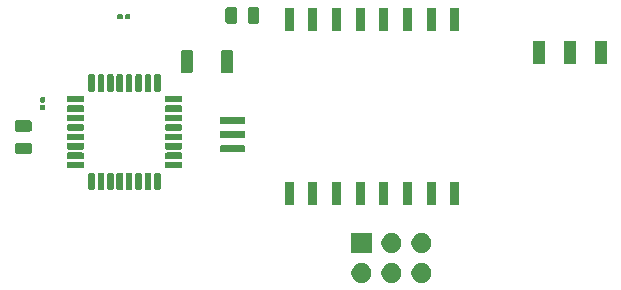
<source format=gbr>
%TF.GenerationSoftware,KiCad,Pcbnew,9.0.3*%
%TF.CreationDate,2025-08-06T08:50:17-04:00*%
%TF.ProjectId,remote,72656d6f-7465-42e6-9b69-6361645f7063,rev?*%
%TF.SameCoordinates,Original*%
%TF.FileFunction,Soldermask,Bot*%
%TF.FilePolarity,Negative*%
%FSLAX46Y46*%
G04 Gerber Fmt 4.6, Leading zero omitted, Abs format (unit mm)*
G04 Created by KiCad (PCBNEW 9.0.3) date 2025-08-06 08:50:17*
%MOMM*%
%LPD*%
G01*
G04 APERTURE LIST*
G04 APERTURE END LIST*
G36*
X223591030Y-72364001D02*
G01*
X223744975Y-72427767D01*
X223883522Y-72520341D01*
X224001347Y-72638166D01*
X224093921Y-72776713D01*
X224157687Y-72930658D01*
X224190195Y-73094085D01*
X224190195Y-73260715D01*
X224157687Y-73424142D01*
X224093921Y-73578087D01*
X224001347Y-73716634D01*
X223883522Y-73834459D01*
X223744975Y-73927033D01*
X223591030Y-73990799D01*
X223427603Y-74023307D01*
X223260973Y-74023307D01*
X223097546Y-73990799D01*
X222943601Y-73927033D01*
X222805054Y-73834459D01*
X222687229Y-73716634D01*
X222594655Y-73578087D01*
X222530889Y-73424142D01*
X222498381Y-73260715D01*
X222498381Y-73094085D01*
X222530889Y-72930658D01*
X222594655Y-72776713D01*
X222687229Y-72638166D01*
X222805054Y-72520341D01*
X222943601Y-72427767D01*
X223097546Y-72364001D01*
X223260973Y-72331493D01*
X223427603Y-72331493D01*
X223591030Y-72364001D01*
G37*
G36*
X226131030Y-72364001D02*
G01*
X226284975Y-72427767D01*
X226423522Y-72520341D01*
X226541347Y-72638166D01*
X226633921Y-72776713D01*
X226697687Y-72930658D01*
X226730195Y-73094085D01*
X226730195Y-73260715D01*
X226697687Y-73424142D01*
X226633921Y-73578087D01*
X226541347Y-73716634D01*
X226423522Y-73834459D01*
X226284975Y-73927033D01*
X226131030Y-73990799D01*
X225967603Y-74023307D01*
X225800973Y-74023307D01*
X225637546Y-73990799D01*
X225483601Y-73927033D01*
X225345054Y-73834459D01*
X225227229Y-73716634D01*
X225134655Y-73578087D01*
X225070889Y-73424142D01*
X225038381Y-73260715D01*
X225038381Y-73094085D01*
X225070889Y-72930658D01*
X225134655Y-72776713D01*
X225227229Y-72638166D01*
X225345054Y-72520341D01*
X225483601Y-72427767D01*
X225637546Y-72364001D01*
X225800973Y-72331493D01*
X225967603Y-72331493D01*
X226131030Y-72364001D01*
G37*
G36*
X228671030Y-72364001D02*
G01*
X228824975Y-72427767D01*
X228963522Y-72520341D01*
X229081347Y-72638166D01*
X229173921Y-72776713D01*
X229237687Y-72930658D01*
X229270195Y-73094085D01*
X229270195Y-73260715D01*
X229237687Y-73424142D01*
X229173921Y-73578087D01*
X229081347Y-73716634D01*
X228963522Y-73834459D01*
X228824975Y-73927033D01*
X228671030Y-73990799D01*
X228507603Y-74023307D01*
X228340973Y-74023307D01*
X228177546Y-73990799D01*
X228023601Y-73927033D01*
X227885054Y-73834459D01*
X227767229Y-73716634D01*
X227674655Y-73578087D01*
X227610889Y-73424142D01*
X227578381Y-73260715D01*
X227578381Y-73094085D01*
X227610889Y-72930658D01*
X227674655Y-72776713D01*
X227767229Y-72638166D01*
X227885054Y-72520341D01*
X228023601Y-72427767D01*
X228177546Y-72364001D01*
X228340973Y-72331493D01*
X228507603Y-72331493D01*
X228671030Y-72364001D01*
G37*
G36*
X224194288Y-71487400D02*
G01*
X222494288Y-71487400D01*
X222494288Y-69787400D01*
X224194288Y-69787400D01*
X224194288Y-71487400D01*
G37*
G36*
X226131030Y-69824001D02*
G01*
X226284975Y-69887767D01*
X226423522Y-69980341D01*
X226541347Y-70098166D01*
X226633921Y-70236713D01*
X226697687Y-70390658D01*
X226730195Y-70554085D01*
X226730195Y-70720715D01*
X226697687Y-70884142D01*
X226633921Y-71038087D01*
X226541347Y-71176634D01*
X226423522Y-71294459D01*
X226284975Y-71387033D01*
X226131030Y-71450799D01*
X225967603Y-71483307D01*
X225800973Y-71483307D01*
X225637546Y-71450799D01*
X225483601Y-71387033D01*
X225345054Y-71294459D01*
X225227229Y-71176634D01*
X225134655Y-71038087D01*
X225070889Y-70884142D01*
X225038381Y-70720715D01*
X225038381Y-70554085D01*
X225070889Y-70390658D01*
X225134655Y-70236713D01*
X225227229Y-70098166D01*
X225345054Y-69980341D01*
X225483601Y-69887767D01*
X225637546Y-69824001D01*
X225800973Y-69791493D01*
X225967603Y-69791493D01*
X226131030Y-69824001D01*
G37*
G36*
X228671030Y-69824001D02*
G01*
X228824975Y-69887767D01*
X228963522Y-69980341D01*
X229081347Y-70098166D01*
X229173921Y-70236713D01*
X229237687Y-70390658D01*
X229270195Y-70554085D01*
X229270195Y-70720715D01*
X229237687Y-70884142D01*
X229173921Y-71038087D01*
X229081347Y-71176634D01*
X228963522Y-71294459D01*
X228824975Y-71387033D01*
X228671030Y-71450799D01*
X228507603Y-71483307D01*
X228340973Y-71483307D01*
X228177546Y-71450799D01*
X228023601Y-71387033D01*
X227885054Y-71294459D01*
X227767229Y-71176634D01*
X227674655Y-71038087D01*
X227610889Y-70884142D01*
X227578381Y-70720715D01*
X227578381Y-70554085D01*
X227610889Y-70390658D01*
X227674655Y-70236713D01*
X227767229Y-70098166D01*
X227885054Y-69980341D01*
X228023601Y-69887767D01*
X228177546Y-69824001D01*
X228340973Y-69791493D01*
X228507603Y-69791493D01*
X228671030Y-69824001D01*
G37*
G36*
X217614287Y-67386200D02*
G01*
X216852287Y-67386200D01*
X216852287Y-65481200D01*
X217614287Y-65481200D01*
X217614287Y-67386200D01*
G37*
G36*
X219614288Y-67386200D02*
G01*
X218852288Y-67386200D01*
X218852288Y-65481200D01*
X219614288Y-65481200D01*
X219614288Y-67386200D01*
G37*
G36*
X221614289Y-67386200D02*
G01*
X220852289Y-67386200D01*
X220852289Y-65481200D01*
X221614289Y-65481200D01*
X221614289Y-67386200D01*
G37*
G36*
X223614287Y-67386200D02*
G01*
X222852287Y-67386200D01*
X222852287Y-65481200D01*
X223614287Y-65481200D01*
X223614287Y-67386200D01*
G37*
G36*
X225614289Y-67386200D02*
G01*
X224852289Y-67386200D01*
X224852289Y-65481200D01*
X225614289Y-65481200D01*
X225614289Y-67386200D01*
G37*
G36*
X227614287Y-67386200D02*
G01*
X226852287Y-67386200D01*
X226852287Y-65481200D01*
X227614287Y-65481200D01*
X227614287Y-67386200D01*
G37*
G36*
X229614288Y-67386200D02*
G01*
X228852288Y-67386200D01*
X228852288Y-65481200D01*
X229614288Y-65481200D01*
X229614288Y-67386200D01*
G37*
G36*
X231614287Y-67386200D02*
G01*
X230852287Y-67386200D01*
X230852287Y-65481200D01*
X231614287Y-65481200D01*
X231614287Y-67386200D01*
G37*
G36*
X200668407Y-64674867D02*
G01*
X200713015Y-64704673D01*
X200742821Y-64749281D01*
X200753288Y-64801900D01*
X200753288Y-66001900D01*
X200742821Y-66054519D01*
X200713015Y-66099127D01*
X200668407Y-66128933D01*
X200615788Y-66139400D01*
X200340788Y-66139400D01*
X200288169Y-66128933D01*
X200243561Y-66099127D01*
X200213755Y-66054519D01*
X200203288Y-66001900D01*
X200203288Y-64801900D01*
X200213755Y-64749281D01*
X200243561Y-64704673D01*
X200288169Y-64674867D01*
X200340788Y-64664400D01*
X200615788Y-64664400D01*
X200668407Y-64674867D01*
G37*
G36*
X201468407Y-64674867D02*
G01*
X201513015Y-64704673D01*
X201542821Y-64749281D01*
X201553288Y-64801900D01*
X201553288Y-66001900D01*
X201542821Y-66054519D01*
X201513015Y-66099127D01*
X201468407Y-66128933D01*
X201415788Y-66139400D01*
X201140788Y-66139400D01*
X201088169Y-66128933D01*
X201043561Y-66099127D01*
X201013755Y-66054519D01*
X201003288Y-66001900D01*
X201003288Y-64801900D01*
X201013755Y-64749281D01*
X201043561Y-64704673D01*
X201088169Y-64674867D01*
X201140788Y-64664400D01*
X201415788Y-64664400D01*
X201468407Y-64674867D01*
G37*
G36*
X202268407Y-64674867D02*
G01*
X202313015Y-64704673D01*
X202342821Y-64749281D01*
X202353288Y-64801900D01*
X202353288Y-66001900D01*
X202342821Y-66054519D01*
X202313015Y-66099127D01*
X202268407Y-66128933D01*
X202215788Y-66139400D01*
X201940788Y-66139400D01*
X201888169Y-66128933D01*
X201843561Y-66099127D01*
X201813755Y-66054519D01*
X201803288Y-66001900D01*
X201803288Y-64801900D01*
X201813755Y-64749281D01*
X201843561Y-64704673D01*
X201888169Y-64674867D01*
X201940788Y-64664400D01*
X202215788Y-64664400D01*
X202268407Y-64674867D01*
G37*
G36*
X203068407Y-64674867D02*
G01*
X203113015Y-64704673D01*
X203142821Y-64749281D01*
X203153288Y-64801900D01*
X203153288Y-66001900D01*
X203142821Y-66054519D01*
X203113015Y-66099127D01*
X203068407Y-66128933D01*
X203015788Y-66139400D01*
X202740788Y-66139400D01*
X202688169Y-66128933D01*
X202643561Y-66099127D01*
X202613755Y-66054519D01*
X202603288Y-66001900D01*
X202603288Y-64801900D01*
X202613755Y-64749281D01*
X202643561Y-64704673D01*
X202688169Y-64674867D01*
X202740788Y-64664400D01*
X203015788Y-64664400D01*
X203068407Y-64674867D01*
G37*
G36*
X203868407Y-64674867D02*
G01*
X203913015Y-64704673D01*
X203942821Y-64749281D01*
X203953288Y-64801900D01*
X203953288Y-66001900D01*
X203942821Y-66054519D01*
X203913015Y-66099127D01*
X203868407Y-66128933D01*
X203815788Y-66139400D01*
X203540788Y-66139400D01*
X203488169Y-66128933D01*
X203443561Y-66099127D01*
X203413755Y-66054519D01*
X203403288Y-66001900D01*
X203403288Y-64801900D01*
X203413755Y-64749281D01*
X203443561Y-64704673D01*
X203488169Y-64674867D01*
X203540788Y-64664400D01*
X203815788Y-64664400D01*
X203868407Y-64674867D01*
G37*
G36*
X204668407Y-64674867D02*
G01*
X204713015Y-64704673D01*
X204742821Y-64749281D01*
X204753288Y-64801900D01*
X204753288Y-66001900D01*
X204742821Y-66054519D01*
X204713015Y-66099127D01*
X204668407Y-66128933D01*
X204615788Y-66139400D01*
X204340788Y-66139400D01*
X204288169Y-66128933D01*
X204243561Y-66099127D01*
X204213755Y-66054519D01*
X204203288Y-66001900D01*
X204203288Y-64801900D01*
X204213755Y-64749281D01*
X204243561Y-64704673D01*
X204288169Y-64674867D01*
X204340788Y-64664400D01*
X204615788Y-64664400D01*
X204668407Y-64674867D01*
G37*
G36*
X205468407Y-64674867D02*
G01*
X205513015Y-64704673D01*
X205542821Y-64749281D01*
X205553288Y-64801900D01*
X205553288Y-66001900D01*
X205542821Y-66054519D01*
X205513015Y-66099127D01*
X205468407Y-66128933D01*
X205415788Y-66139400D01*
X205140788Y-66139400D01*
X205088169Y-66128933D01*
X205043561Y-66099127D01*
X205013755Y-66054519D01*
X205003288Y-66001900D01*
X205003288Y-64801900D01*
X205013755Y-64749281D01*
X205043561Y-64704673D01*
X205088169Y-64674867D01*
X205140788Y-64664400D01*
X205415788Y-64664400D01*
X205468407Y-64674867D01*
G37*
G36*
X206268407Y-64674867D02*
G01*
X206313015Y-64704673D01*
X206342821Y-64749281D01*
X206353288Y-64801900D01*
X206353288Y-66001900D01*
X206342821Y-66054519D01*
X206313015Y-66099127D01*
X206268407Y-66128933D01*
X206215788Y-66139400D01*
X205940788Y-66139400D01*
X205888169Y-66128933D01*
X205843561Y-66099127D01*
X205813755Y-66054519D01*
X205803288Y-66001900D01*
X205803288Y-64801900D01*
X205813755Y-64749281D01*
X205843561Y-64704673D01*
X205888169Y-64674867D01*
X205940788Y-64664400D01*
X206215788Y-64664400D01*
X206268407Y-64674867D01*
G37*
G36*
X199768407Y-63774867D02*
G01*
X199813015Y-63804673D01*
X199842821Y-63849281D01*
X199853288Y-63901900D01*
X199853288Y-64176900D01*
X199842821Y-64229519D01*
X199813015Y-64274127D01*
X199768407Y-64303933D01*
X199715788Y-64314400D01*
X198515788Y-64314400D01*
X198463169Y-64303933D01*
X198418561Y-64274127D01*
X198388755Y-64229519D01*
X198378288Y-64176900D01*
X198378288Y-63901900D01*
X198388755Y-63849281D01*
X198418561Y-63804673D01*
X198463169Y-63774867D01*
X198515788Y-63764400D01*
X199715788Y-63764400D01*
X199768407Y-63774867D01*
G37*
G36*
X208093407Y-63774867D02*
G01*
X208138015Y-63804673D01*
X208167821Y-63849281D01*
X208178288Y-63901900D01*
X208178288Y-64176900D01*
X208167821Y-64229519D01*
X208138015Y-64274127D01*
X208093407Y-64303933D01*
X208040788Y-64314400D01*
X206840788Y-64314400D01*
X206788169Y-64303933D01*
X206743561Y-64274127D01*
X206713755Y-64229519D01*
X206703288Y-64176900D01*
X206703288Y-63901900D01*
X206713755Y-63849281D01*
X206743561Y-63804673D01*
X206788169Y-63774867D01*
X206840788Y-63764400D01*
X208040788Y-63764400D01*
X208093407Y-63774867D01*
G37*
G36*
X199768407Y-62974867D02*
G01*
X199813015Y-63004673D01*
X199842821Y-63049281D01*
X199853288Y-63101900D01*
X199853288Y-63376900D01*
X199842821Y-63429519D01*
X199813015Y-63474127D01*
X199768407Y-63503933D01*
X199715788Y-63514400D01*
X198515788Y-63514400D01*
X198463169Y-63503933D01*
X198418561Y-63474127D01*
X198388755Y-63429519D01*
X198378288Y-63376900D01*
X198378288Y-63101900D01*
X198388755Y-63049281D01*
X198418561Y-63004673D01*
X198463169Y-62974867D01*
X198515788Y-62964400D01*
X199715788Y-62964400D01*
X199768407Y-62974867D01*
G37*
G36*
X208093407Y-62974867D02*
G01*
X208138015Y-63004673D01*
X208167821Y-63049281D01*
X208178288Y-63101900D01*
X208178288Y-63376900D01*
X208167821Y-63429519D01*
X208138015Y-63474127D01*
X208093407Y-63503933D01*
X208040788Y-63514400D01*
X206840788Y-63514400D01*
X206788169Y-63503933D01*
X206743561Y-63474127D01*
X206713755Y-63429519D01*
X206703288Y-63376900D01*
X206703288Y-63101900D01*
X206713755Y-63049281D01*
X206743561Y-63004673D01*
X206788169Y-62974867D01*
X206840788Y-62964400D01*
X208040788Y-62964400D01*
X208093407Y-62974867D01*
G37*
G36*
X195197604Y-62122018D02*
G01*
X195248867Y-62127966D01*
X195266380Y-62135699D01*
X195289159Y-62140230D01*
X195313545Y-62156524D01*
X195334276Y-62165678D01*
X195348434Y-62179836D01*
X195370265Y-62194423D01*
X195384851Y-62216253D01*
X195399009Y-62230411D01*
X195408161Y-62251139D01*
X195424458Y-62275529D01*
X195428989Y-62298309D01*
X195436721Y-62315820D01*
X195442666Y-62367072D01*
X195443488Y-62371200D01*
X195443488Y-62871200D01*
X195442666Y-62875328D01*
X195436721Y-62926579D01*
X195428989Y-62944088D01*
X195424458Y-62966871D01*
X195408160Y-62991262D01*
X195399009Y-63011988D01*
X195384853Y-63026143D01*
X195370265Y-63047977D01*
X195348431Y-63062565D01*
X195334276Y-63076721D01*
X195313550Y-63085872D01*
X195289159Y-63102170D01*
X195266376Y-63106701D01*
X195248867Y-63114433D01*
X195197617Y-63120378D01*
X195193488Y-63121200D01*
X194243488Y-63121200D01*
X194239361Y-63120379D01*
X194188108Y-63114433D01*
X194170597Y-63106701D01*
X194147817Y-63102170D01*
X194123427Y-63085873D01*
X194102699Y-63076721D01*
X194088541Y-63062563D01*
X194066711Y-63047977D01*
X194052124Y-63026146D01*
X194037966Y-63011988D01*
X194028812Y-62991257D01*
X194012518Y-62966871D01*
X194007987Y-62944092D01*
X194000254Y-62926579D01*
X193994306Y-62875317D01*
X193993488Y-62871200D01*
X193993488Y-62371200D01*
X193994306Y-62367085D01*
X194000254Y-62315820D01*
X194007987Y-62298305D01*
X194012518Y-62275529D01*
X194028811Y-62251144D01*
X194037966Y-62230411D01*
X194052126Y-62216250D01*
X194066711Y-62194423D01*
X194088538Y-62179838D01*
X194102699Y-62165678D01*
X194123432Y-62156523D01*
X194147817Y-62140230D01*
X194170593Y-62135699D01*
X194188108Y-62127966D01*
X194239372Y-62122018D01*
X194243488Y-62121200D01*
X195193488Y-62121200D01*
X195197604Y-62122018D01*
G37*
G36*
X213411322Y-62359164D02*
G01*
X213444413Y-62381275D01*
X213466524Y-62414366D01*
X213474288Y-62453400D01*
X213474288Y-62853400D01*
X213466524Y-62892434D01*
X213444413Y-62925525D01*
X213411322Y-62947636D01*
X213372288Y-62955400D01*
X211472288Y-62955400D01*
X211433254Y-62947636D01*
X211400163Y-62925525D01*
X211378052Y-62892434D01*
X211370288Y-62853400D01*
X211370288Y-62453400D01*
X211378052Y-62414366D01*
X211400163Y-62381275D01*
X211433254Y-62359164D01*
X211472288Y-62351400D01*
X213372288Y-62351400D01*
X213411322Y-62359164D01*
G37*
G36*
X199768407Y-62174867D02*
G01*
X199813015Y-62204673D01*
X199842821Y-62249281D01*
X199853288Y-62301900D01*
X199853288Y-62576900D01*
X199842821Y-62629519D01*
X199813015Y-62674127D01*
X199768407Y-62703933D01*
X199715788Y-62714400D01*
X198515788Y-62714400D01*
X198463169Y-62703933D01*
X198418561Y-62674127D01*
X198388755Y-62629519D01*
X198378288Y-62576900D01*
X198378288Y-62301900D01*
X198388755Y-62249281D01*
X198418561Y-62204673D01*
X198463169Y-62174867D01*
X198515788Y-62164400D01*
X199715788Y-62164400D01*
X199768407Y-62174867D01*
G37*
G36*
X208093407Y-62174867D02*
G01*
X208138015Y-62204673D01*
X208167821Y-62249281D01*
X208178288Y-62301900D01*
X208178288Y-62576900D01*
X208167821Y-62629519D01*
X208138015Y-62674127D01*
X208093407Y-62703933D01*
X208040788Y-62714400D01*
X206840788Y-62714400D01*
X206788169Y-62703933D01*
X206743561Y-62674127D01*
X206713755Y-62629519D01*
X206703288Y-62576900D01*
X206703288Y-62301900D01*
X206713755Y-62249281D01*
X206743561Y-62204673D01*
X206788169Y-62174867D01*
X206840788Y-62164400D01*
X208040788Y-62164400D01*
X208093407Y-62174867D01*
G37*
G36*
X199768407Y-61374867D02*
G01*
X199813015Y-61404673D01*
X199842821Y-61449281D01*
X199853288Y-61501900D01*
X199853288Y-61776900D01*
X199842821Y-61829519D01*
X199813015Y-61874127D01*
X199768407Y-61903933D01*
X199715788Y-61914400D01*
X198515788Y-61914400D01*
X198463169Y-61903933D01*
X198418561Y-61874127D01*
X198388755Y-61829519D01*
X198378288Y-61776900D01*
X198378288Y-61501900D01*
X198388755Y-61449281D01*
X198418561Y-61404673D01*
X198463169Y-61374867D01*
X198515788Y-61364400D01*
X199715788Y-61364400D01*
X199768407Y-61374867D01*
G37*
G36*
X208093407Y-61374867D02*
G01*
X208138015Y-61404673D01*
X208167821Y-61449281D01*
X208178288Y-61501900D01*
X208178288Y-61776900D01*
X208167821Y-61829519D01*
X208138015Y-61874127D01*
X208093407Y-61903933D01*
X208040788Y-61914400D01*
X206840788Y-61914400D01*
X206788169Y-61903933D01*
X206743561Y-61874127D01*
X206713755Y-61829519D01*
X206703288Y-61776900D01*
X206703288Y-61501900D01*
X206713755Y-61449281D01*
X206743561Y-61404673D01*
X206788169Y-61374867D01*
X206840788Y-61364400D01*
X208040788Y-61364400D01*
X208093407Y-61374867D01*
G37*
G36*
X213411322Y-61159164D02*
G01*
X213444413Y-61181275D01*
X213466524Y-61214366D01*
X213474288Y-61253400D01*
X213474288Y-61653400D01*
X213466524Y-61692434D01*
X213444413Y-61725525D01*
X213411322Y-61747636D01*
X213372288Y-61755400D01*
X211472288Y-61755400D01*
X211433254Y-61747636D01*
X211400163Y-61725525D01*
X211378052Y-61692434D01*
X211370288Y-61653400D01*
X211370288Y-61253400D01*
X211378052Y-61214366D01*
X211400163Y-61181275D01*
X211433254Y-61159164D01*
X211472288Y-61151400D01*
X213372288Y-61151400D01*
X213411322Y-61159164D01*
G37*
G36*
X195197604Y-60222018D02*
G01*
X195248867Y-60227966D01*
X195266380Y-60235699D01*
X195289159Y-60240230D01*
X195313545Y-60256524D01*
X195334276Y-60265678D01*
X195348434Y-60279836D01*
X195370265Y-60294423D01*
X195384851Y-60316253D01*
X195399009Y-60330411D01*
X195408161Y-60351139D01*
X195424458Y-60375529D01*
X195428989Y-60398309D01*
X195436721Y-60415820D01*
X195442666Y-60467072D01*
X195443488Y-60471200D01*
X195443488Y-60971200D01*
X195442666Y-60975328D01*
X195436721Y-61026579D01*
X195428989Y-61044088D01*
X195424458Y-61066871D01*
X195408160Y-61091262D01*
X195399009Y-61111988D01*
X195384853Y-61126143D01*
X195370265Y-61147977D01*
X195348431Y-61162565D01*
X195334276Y-61176721D01*
X195313550Y-61185872D01*
X195289159Y-61202170D01*
X195266376Y-61206701D01*
X195248867Y-61214433D01*
X195197617Y-61220378D01*
X195193488Y-61221200D01*
X194243488Y-61221200D01*
X194239361Y-61220379D01*
X194188108Y-61214433D01*
X194170597Y-61206701D01*
X194147817Y-61202170D01*
X194123427Y-61185873D01*
X194102699Y-61176721D01*
X194088541Y-61162563D01*
X194066711Y-61147977D01*
X194052124Y-61126146D01*
X194037966Y-61111988D01*
X194028812Y-61091257D01*
X194012518Y-61066871D01*
X194007987Y-61044092D01*
X194000254Y-61026579D01*
X193994306Y-60975317D01*
X193993488Y-60971200D01*
X193993488Y-60471200D01*
X193994306Y-60467085D01*
X194000254Y-60415820D01*
X194007987Y-60398305D01*
X194012518Y-60375529D01*
X194028811Y-60351144D01*
X194037966Y-60330411D01*
X194052126Y-60316250D01*
X194066711Y-60294423D01*
X194088538Y-60279838D01*
X194102699Y-60265678D01*
X194123432Y-60256523D01*
X194147817Y-60240230D01*
X194170593Y-60235699D01*
X194188108Y-60227966D01*
X194239372Y-60222018D01*
X194243488Y-60221200D01*
X195193488Y-60221200D01*
X195197604Y-60222018D01*
G37*
G36*
X199768407Y-60574867D02*
G01*
X199813015Y-60604673D01*
X199842821Y-60649281D01*
X199853288Y-60701900D01*
X199853288Y-60976900D01*
X199842821Y-61029519D01*
X199813015Y-61074127D01*
X199768407Y-61103933D01*
X199715788Y-61114400D01*
X198515788Y-61114400D01*
X198463169Y-61103933D01*
X198418561Y-61074127D01*
X198388755Y-61029519D01*
X198378288Y-60976900D01*
X198378288Y-60701900D01*
X198388755Y-60649281D01*
X198418561Y-60604673D01*
X198463169Y-60574867D01*
X198515788Y-60564400D01*
X199715788Y-60564400D01*
X199768407Y-60574867D01*
G37*
G36*
X208093407Y-60574867D02*
G01*
X208138015Y-60604673D01*
X208167821Y-60649281D01*
X208178288Y-60701900D01*
X208178288Y-60976900D01*
X208167821Y-61029519D01*
X208138015Y-61074127D01*
X208093407Y-61103933D01*
X208040788Y-61114400D01*
X206840788Y-61114400D01*
X206788169Y-61103933D01*
X206743561Y-61074127D01*
X206713755Y-61029519D01*
X206703288Y-60976900D01*
X206703288Y-60701900D01*
X206713755Y-60649281D01*
X206743561Y-60604673D01*
X206788169Y-60574867D01*
X206840788Y-60564400D01*
X208040788Y-60564400D01*
X208093407Y-60574867D01*
G37*
G36*
X213411322Y-59959164D02*
G01*
X213444413Y-59981275D01*
X213466524Y-60014366D01*
X213474288Y-60053400D01*
X213474288Y-60453400D01*
X213466524Y-60492434D01*
X213444413Y-60525525D01*
X213411322Y-60547636D01*
X213372288Y-60555400D01*
X211472288Y-60555400D01*
X211433254Y-60547636D01*
X211400163Y-60525525D01*
X211378052Y-60492434D01*
X211370288Y-60453400D01*
X211370288Y-60053400D01*
X211378052Y-60014366D01*
X211400163Y-59981275D01*
X211433254Y-59959164D01*
X211472288Y-59951400D01*
X213372288Y-59951400D01*
X213411322Y-59959164D01*
G37*
G36*
X199768407Y-59774867D02*
G01*
X199813015Y-59804673D01*
X199842821Y-59849281D01*
X199853288Y-59901900D01*
X199853288Y-60176900D01*
X199842821Y-60229519D01*
X199813015Y-60274127D01*
X199768407Y-60303933D01*
X199715788Y-60314400D01*
X198515788Y-60314400D01*
X198463169Y-60303933D01*
X198418561Y-60274127D01*
X198388755Y-60229519D01*
X198378288Y-60176900D01*
X198378288Y-59901900D01*
X198388755Y-59849281D01*
X198418561Y-59804673D01*
X198463169Y-59774867D01*
X198515788Y-59764400D01*
X199715788Y-59764400D01*
X199768407Y-59774867D01*
G37*
G36*
X208093407Y-59774867D02*
G01*
X208138015Y-59804673D01*
X208167821Y-59849281D01*
X208178288Y-59901900D01*
X208178288Y-60176900D01*
X208167821Y-60229519D01*
X208138015Y-60274127D01*
X208093407Y-60303933D01*
X208040788Y-60314400D01*
X206840788Y-60314400D01*
X206788169Y-60303933D01*
X206743561Y-60274127D01*
X206713755Y-60229519D01*
X206703288Y-60176900D01*
X206703288Y-59901900D01*
X206713755Y-59849281D01*
X206743561Y-59804673D01*
X206788169Y-59774867D01*
X206840788Y-59764400D01*
X208040788Y-59764400D01*
X208093407Y-59774867D01*
G37*
G36*
X199768407Y-58974867D02*
G01*
X199813015Y-59004673D01*
X199842821Y-59049281D01*
X199853288Y-59101900D01*
X199853288Y-59376900D01*
X199842821Y-59429519D01*
X199813015Y-59474127D01*
X199768407Y-59503933D01*
X199715788Y-59514400D01*
X198515788Y-59514400D01*
X198463169Y-59503933D01*
X198418561Y-59474127D01*
X198388755Y-59429519D01*
X198378288Y-59376900D01*
X198378288Y-59101900D01*
X198388755Y-59049281D01*
X198418561Y-59004673D01*
X198463169Y-58974867D01*
X198515788Y-58964400D01*
X199715788Y-58964400D01*
X199768407Y-58974867D01*
G37*
G36*
X208093407Y-58974867D02*
G01*
X208138015Y-59004673D01*
X208167821Y-59049281D01*
X208178288Y-59101900D01*
X208178288Y-59376900D01*
X208167821Y-59429519D01*
X208138015Y-59474127D01*
X208093407Y-59503933D01*
X208040788Y-59514400D01*
X206840788Y-59514400D01*
X206788169Y-59503933D01*
X206743561Y-59474127D01*
X206713755Y-59429519D01*
X206703288Y-59376900D01*
X206703288Y-59101900D01*
X206713755Y-59049281D01*
X206743561Y-59004673D01*
X206788169Y-58974867D01*
X206840788Y-58964400D01*
X208040788Y-58964400D01*
X208093407Y-58974867D01*
G37*
G36*
X196482356Y-58924012D02*
G01*
X196514799Y-58945689D01*
X196536476Y-58978132D01*
X196544088Y-59016400D01*
X196544088Y-59276400D01*
X196536476Y-59314668D01*
X196514799Y-59347111D01*
X196482356Y-59368788D01*
X196444088Y-59376400D01*
X196244088Y-59376400D01*
X196205820Y-59368788D01*
X196173377Y-59347111D01*
X196151700Y-59314668D01*
X196144088Y-59276400D01*
X196144088Y-59016400D01*
X196151700Y-58978132D01*
X196173377Y-58945689D01*
X196205820Y-58924012D01*
X196244088Y-58916400D01*
X196444088Y-58916400D01*
X196482356Y-58924012D01*
G37*
G36*
X196482356Y-58284012D02*
G01*
X196514799Y-58305689D01*
X196536476Y-58338132D01*
X196544088Y-58376400D01*
X196544088Y-58636400D01*
X196536476Y-58674668D01*
X196514799Y-58707111D01*
X196482356Y-58728788D01*
X196444088Y-58736400D01*
X196244088Y-58736400D01*
X196205820Y-58728788D01*
X196173377Y-58707111D01*
X196151700Y-58674668D01*
X196144088Y-58636400D01*
X196144088Y-58376400D01*
X196151700Y-58338132D01*
X196173377Y-58305689D01*
X196205820Y-58284012D01*
X196244088Y-58276400D01*
X196444088Y-58276400D01*
X196482356Y-58284012D01*
G37*
G36*
X199768407Y-58174867D02*
G01*
X199813015Y-58204673D01*
X199842821Y-58249281D01*
X199853288Y-58301900D01*
X199853288Y-58576900D01*
X199842821Y-58629519D01*
X199813015Y-58674127D01*
X199768407Y-58703933D01*
X199715788Y-58714400D01*
X198515788Y-58714400D01*
X198463169Y-58703933D01*
X198418561Y-58674127D01*
X198388755Y-58629519D01*
X198378288Y-58576900D01*
X198378288Y-58301900D01*
X198388755Y-58249281D01*
X198418561Y-58204673D01*
X198463169Y-58174867D01*
X198515788Y-58164400D01*
X199715788Y-58164400D01*
X199768407Y-58174867D01*
G37*
G36*
X208093407Y-58174867D02*
G01*
X208138015Y-58204673D01*
X208167821Y-58249281D01*
X208178288Y-58301900D01*
X208178288Y-58576900D01*
X208167821Y-58629519D01*
X208138015Y-58674127D01*
X208093407Y-58703933D01*
X208040788Y-58714400D01*
X206840788Y-58714400D01*
X206788169Y-58703933D01*
X206743561Y-58674127D01*
X206713755Y-58629519D01*
X206703288Y-58576900D01*
X206703288Y-58301900D01*
X206713755Y-58249281D01*
X206743561Y-58204673D01*
X206788169Y-58174867D01*
X206840788Y-58164400D01*
X208040788Y-58164400D01*
X208093407Y-58174867D01*
G37*
G36*
X200668407Y-56349867D02*
G01*
X200713015Y-56379673D01*
X200742821Y-56424281D01*
X200753288Y-56476900D01*
X200753288Y-57676900D01*
X200742821Y-57729519D01*
X200713015Y-57774127D01*
X200668407Y-57803933D01*
X200615788Y-57814400D01*
X200340788Y-57814400D01*
X200288169Y-57803933D01*
X200243561Y-57774127D01*
X200213755Y-57729519D01*
X200203288Y-57676900D01*
X200203288Y-56476900D01*
X200213755Y-56424281D01*
X200243561Y-56379673D01*
X200288169Y-56349867D01*
X200340788Y-56339400D01*
X200615788Y-56339400D01*
X200668407Y-56349867D01*
G37*
G36*
X201468407Y-56349867D02*
G01*
X201513015Y-56379673D01*
X201542821Y-56424281D01*
X201553288Y-56476900D01*
X201553288Y-57676900D01*
X201542821Y-57729519D01*
X201513015Y-57774127D01*
X201468407Y-57803933D01*
X201415788Y-57814400D01*
X201140788Y-57814400D01*
X201088169Y-57803933D01*
X201043561Y-57774127D01*
X201013755Y-57729519D01*
X201003288Y-57676900D01*
X201003288Y-56476900D01*
X201013755Y-56424281D01*
X201043561Y-56379673D01*
X201088169Y-56349867D01*
X201140788Y-56339400D01*
X201415788Y-56339400D01*
X201468407Y-56349867D01*
G37*
G36*
X202268407Y-56349867D02*
G01*
X202313015Y-56379673D01*
X202342821Y-56424281D01*
X202353288Y-56476900D01*
X202353288Y-57676900D01*
X202342821Y-57729519D01*
X202313015Y-57774127D01*
X202268407Y-57803933D01*
X202215788Y-57814400D01*
X201940788Y-57814400D01*
X201888169Y-57803933D01*
X201843561Y-57774127D01*
X201813755Y-57729519D01*
X201803288Y-57676900D01*
X201803288Y-56476900D01*
X201813755Y-56424281D01*
X201843561Y-56379673D01*
X201888169Y-56349867D01*
X201940788Y-56339400D01*
X202215788Y-56339400D01*
X202268407Y-56349867D01*
G37*
G36*
X203068407Y-56349867D02*
G01*
X203113015Y-56379673D01*
X203142821Y-56424281D01*
X203153288Y-56476900D01*
X203153288Y-57676900D01*
X203142821Y-57729519D01*
X203113015Y-57774127D01*
X203068407Y-57803933D01*
X203015788Y-57814400D01*
X202740788Y-57814400D01*
X202688169Y-57803933D01*
X202643561Y-57774127D01*
X202613755Y-57729519D01*
X202603288Y-57676900D01*
X202603288Y-56476900D01*
X202613755Y-56424281D01*
X202643561Y-56379673D01*
X202688169Y-56349867D01*
X202740788Y-56339400D01*
X203015788Y-56339400D01*
X203068407Y-56349867D01*
G37*
G36*
X203868407Y-56349867D02*
G01*
X203913015Y-56379673D01*
X203942821Y-56424281D01*
X203953288Y-56476900D01*
X203953288Y-57676900D01*
X203942821Y-57729519D01*
X203913015Y-57774127D01*
X203868407Y-57803933D01*
X203815788Y-57814400D01*
X203540788Y-57814400D01*
X203488169Y-57803933D01*
X203443561Y-57774127D01*
X203413755Y-57729519D01*
X203403288Y-57676900D01*
X203403288Y-56476900D01*
X203413755Y-56424281D01*
X203443561Y-56379673D01*
X203488169Y-56349867D01*
X203540788Y-56339400D01*
X203815788Y-56339400D01*
X203868407Y-56349867D01*
G37*
G36*
X204668407Y-56349867D02*
G01*
X204713015Y-56379673D01*
X204742821Y-56424281D01*
X204753288Y-56476900D01*
X204753288Y-57676900D01*
X204742821Y-57729519D01*
X204713015Y-57774127D01*
X204668407Y-57803933D01*
X204615788Y-57814400D01*
X204340788Y-57814400D01*
X204288169Y-57803933D01*
X204243561Y-57774127D01*
X204213755Y-57729519D01*
X204203288Y-57676900D01*
X204203288Y-56476900D01*
X204213755Y-56424281D01*
X204243561Y-56379673D01*
X204288169Y-56349867D01*
X204340788Y-56339400D01*
X204615788Y-56339400D01*
X204668407Y-56349867D01*
G37*
G36*
X205468407Y-56349867D02*
G01*
X205513015Y-56379673D01*
X205542821Y-56424281D01*
X205553288Y-56476900D01*
X205553288Y-57676900D01*
X205542821Y-57729519D01*
X205513015Y-57774127D01*
X205468407Y-57803933D01*
X205415788Y-57814400D01*
X205140788Y-57814400D01*
X205088169Y-57803933D01*
X205043561Y-57774127D01*
X205013755Y-57729519D01*
X205003288Y-57676900D01*
X205003288Y-56476900D01*
X205013755Y-56424281D01*
X205043561Y-56379673D01*
X205088169Y-56349867D01*
X205140788Y-56339400D01*
X205415788Y-56339400D01*
X205468407Y-56349867D01*
G37*
G36*
X206268407Y-56349867D02*
G01*
X206313015Y-56379673D01*
X206342821Y-56424281D01*
X206353288Y-56476900D01*
X206353288Y-57676900D01*
X206342821Y-57729519D01*
X206313015Y-57774127D01*
X206268407Y-57803933D01*
X206215788Y-57814400D01*
X205940788Y-57814400D01*
X205888169Y-57803933D01*
X205843561Y-57774127D01*
X205813755Y-57729519D01*
X205803288Y-57676900D01*
X205803288Y-56476900D01*
X205813755Y-56424281D01*
X205843561Y-56379673D01*
X205888169Y-56349867D01*
X205940788Y-56339400D01*
X206215788Y-56339400D01*
X206268407Y-56349867D01*
G37*
G36*
X209002322Y-54326164D02*
G01*
X209035413Y-54348275D01*
X209057524Y-54381366D01*
X209065288Y-54420400D01*
X209065288Y-56120400D01*
X209057524Y-56159434D01*
X209035413Y-56192525D01*
X209002322Y-56214636D01*
X208963288Y-56222400D01*
X208163288Y-56222400D01*
X208124254Y-56214636D01*
X208091163Y-56192525D01*
X208069052Y-56159434D01*
X208061288Y-56120400D01*
X208061288Y-54420400D01*
X208069052Y-54381366D01*
X208091163Y-54348275D01*
X208124254Y-54326164D01*
X208163288Y-54318400D01*
X208963288Y-54318400D01*
X209002322Y-54326164D01*
G37*
G36*
X212402322Y-54326164D02*
G01*
X212435413Y-54348275D01*
X212457524Y-54381366D01*
X212465288Y-54420400D01*
X212465288Y-56120400D01*
X212457524Y-56159434D01*
X212435413Y-56192525D01*
X212402322Y-56214636D01*
X212363288Y-56222400D01*
X211563288Y-56222400D01*
X211524254Y-56214636D01*
X211491163Y-56192525D01*
X211469052Y-56159434D01*
X211461288Y-56120400D01*
X211461288Y-54420400D01*
X211469052Y-54381366D01*
X211491163Y-54348275D01*
X211524254Y-54326164D01*
X211563288Y-54318400D01*
X212363288Y-54318400D01*
X212402322Y-54326164D01*
G37*
G36*
X238889088Y-55511700D02*
G01*
X237898488Y-55511700D01*
X237898488Y-53505100D01*
X238889088Y-53505100D01*
X238889088Y-55511700D01*
G37*
G36*
X241492588Y-55511700D02*
G01*
X240501988Y-55511700D01*
X240501988Y-53505100D01*
X241492588Y-53505100D01*
X241492588Y-55511700D01*
G37*
G36*
X244096088Y-55511700D02*
G01*
X243105488Y-55511700D01*
X243105488Y-53505100D01*
X244096088Y-53505100D01*
X244096088Y-55511700D01*
G37*
G36*
X217614289Y-52679600D02*
G01*
X216852289Y-52679600D01*
X216852289Y-50774600D01*
X217614289Y-50774600D01*
X217614289Y-52679600D01*
G37*
G36*
X219614288Y-52679600D02*
G01*
X218852288Y-52679600D01*
X218852288Y-50774600D01*
X219614288Y-50774600D01*
X219614288Y-52679600D01*
G37*
G36*
X221614289Y-52679600D02*
G01*
X220852289Y-52679600D01*
X220852289Y-50774600D01*
X221614289Y-50774600D01*
X221614289Y-52679600D01*
G37*
G36*
X223614287Y-52679600D02*
G01*
X222852287Y-52679600D01*
X222852287Y-50774600D01*
X223614287Y-50774600D01*
X223614287Y-52679600D01*
G37*
G36*
X225614289Y-52679600D02*
G01*
X224852289Y-52679600D01*
X224852289Y-50774600D01*
X225614289Y-50774600D01*
X225614289Y-52679600D01*
G37*
G36*
X227614287Y-52679600D02*
G01*
X226852287Y-52679600D01*
X226852287Y-50774600D01*
X227614287Y-50774600D01*
X227614287Y-52679600D01*
G37*
G36*
X229614288Y-52679600D02*
G01*
X228852288Y-52679600D01*
X228852288Y-50774600D01*
X229614288Y-50774600D01*
X229614288Y-52679600D01*
G37*
G36*
X231614289Y-52679600D02*
G01*
X230852289Y-52679600D01*
X230852289Y-50774600D01*
X231614289Y-50774600D01*
X231614289Y-52679600D01*
G37*
G36*
X212564604Y-50634618D02*
G01*
X212615867Y-50640566D01*
X212633380Y-50648299D01*
X212656159Y-50652830D01*
X212680545Y-50669124D01*
X212701276Y-50678278D01*
X212715434Y-50692436D01*
X212737265Y-50707023D01*
X212751851Y-50728853D01*
X212766009Y-50743011D01*
X212775161Y-50763739D01*
X212791458Y-50788129D01*
X212795989Y-50810909D01*
X212803721Y-50828420D01*
X212809666Y-50879672D01*
X212810488Y-50883800D01*
X212810488Y-51833800D01*
X212809666Y-51837928D01*
X212803721Y-51889179D01*
X212795989Y-51906688D01*
X212791458Y-51929471D01*
X212775160Y-51953862D01*
X212766009Y-51974588D01*
X212751853Y-51988743D01*
X212737265Y-52010577D01*
X212715431Y-52025165D01*
X212701276Y-52039321D01*
X212680550Y-52048472D01*
X212656159Y-52064770D01*
X212633376Y-52069301D01*
X212615867Y-52077033D01*
X212564617Y-52082978D01*
X212560488Y-52083800D01*
X212060488Y-52083800D01*
X212056361Y-52082979D01*
X212005108Y-52077033D01*
X211987597Y-52069301D01*
X211964817Y-52064770D01*
X211940427Y-52048473D01*
X211919699Y-52039321D01*
X211905541Y-52025163D01*
X211883711Y-52010577D01*
X211869124Y-51988746D01*
X211854966Y-51974588D01*
X211845812Y-51953857D01*
X211829518Y-51929471D01*
X211824987Y-51906692D01*
X211817254Y-51889179D01*
X211811306Y-51837917D01*
X211810488Y-51833800D01*
X211810488Y-50883800D01*
X211811306Y-50879685D01*
X211817254Y-50828420D01*
X211824987Y-50810905D01*
X211829518Y-50788129D01*
X211845811Y-50763744D01*
X211854966Y-50743011D01*
X211869126Y-50728850D01*
X211883711Y-50707023D01*
X211905538Y-50692438D01*
X211919699Y-50678278D01*
X211940432Y-50669123D01*
X211964817Y-50652830D01*
X211987593Y-50648299D01*
X212005108Y-50640566D01*
X212056372Y-50634618D01*
X212060488Y-50633800D01*
X212560488Y-50633800D01*
X212564604Y-50634618D01*
G37*
G36*
X214464604Y-50634618D02*
G01*
X214515867Y-50640566D01*
X214533380Y-50648299D01*
X214556159Y-50652830D01*
X214580545Y-50669124D01*
X214601276Y-50678278D01*
X214615434Y-50692436D01*
X214637265Y-50707023D01*
X214651851Y-50728853D01*
X214666009Y-50743011D01*
X214675161Y-50763739D01*
X214691458Y-50788129D01*
X214695989Y-50810909D01*
X214703721Y-50828420D01*
X214709666Y-50879672D01*
X214710488Y-50883800D01*
X214710488Y-51833800D01*
X214709666Y-51837928D01*
X214703721Y-51889179D01*
X214695989Y-51906688D01*
X214691458Y-51929471D01*
X214675160Y-51953862D01*
X214666009Y-51974588D01*
X214651853Y-51988743D01*
X214637265Y-52010577D01*
X214615431Y-52025165D01*
X214601276Y-52039321D01*
X214580550Y-52048472D01*
X214556159Y-52064770D01*
X214533376Y-52069301D01*
X214515867Y-52077033D01*
X214464617Y-52082978D01*
X214460488Y-52083800D01*
X213960488Y-52083800D01*
X213956361Y-52082979D01*
X213905108Y-52077033D01*
X213887597Y-52069301D01*
X213864817Y-52064770D01*
X213840427Y-52048473D01*
X213819699Y-52039321D01*
X213805541Y-52025163D01*
X213783711Y-52010577D01*
X213769124Y-51988746D01*
X213754966Y-51974588D01*
X213745812Y-51953857D01*
X213729518Y-51929471D01*
X213724987Y-51906692D01*
X213717254Y-51889179D01*
X213711306Y-51837917D01*
X213710488Y-51833800D01*
X213710488Y-50883800D01*
X213711306Y-50879685D01*
X213717254Y-50828420D01*
X213724987Y-50810905D01*
X213729518Y-50788129D01*
X213745811Y-50763744D01*
X213754966Y-50743011D01*
X213769126Y-50728850D01*
X213783711Y-50707023D01*
X213805538Y-50692438D01*
X213819699Y-50678278D01*
X213840432Y-50669123D01*
X213864817Y-50652830D01*
X213887593Y-50648299D01*
X213905108Y-50640566D01*
X213956372Y-50634618D01*
X213960488Y-50633800D01*
X214460488Y-50633800D01*
X214464604Y-50634618D01*
G37*
G36*
X203065556Y-51268012D02*
G01*
X203097999Y-51289689D01*
X203119676Y-51322132D01*
X203127288Y-51360400D01*
X203127288Y-51560400D01*
X203119676Y-51598668D01*
X203097999Y-51631111D01*
X203065556Y-51652788D01*
X203027288Y-51660400D01*
X202767288Y-51660400D01*
X202729020Y-51652788D01*
X202696577Y-51631111D01*
X202674900Y-51598668D01*
X202667288Y-51560400D01*
X202667288Y-51360400D01*
X202674900Y-51322132D01*
X202696577Y-51289689D01*
X202729020Y-51268012D01*
X202767288Y-51260400D01*
X203027288Y-51260400D01*
X203065556Y-51268012D01*
G37*
G36*
X203705556Y-51268012D02*
G01*
X203737999Y-51289689D01*
X203759676Y-51322132D01*
X203767288Y-51360400D01*
X203767288Y-51560400D01*
X203759676Y-51598668D01*
X203737999Y-51631111D01*
X203705556Y-51652788D01*
X203667288Y-51660400D01*
X203407288Y-51660400D01*
X203369020Y-51652788D01*
X203336577Y-51631111D01*
X203314900Y-51598668D01*
X203307288Y-51560400D01*
X203307288Y-51360400D01*
X203314900Y-51322132D01*
X203336577Y-51289689D01*
X203369020Y-51268012D01*
X203407288Y-51260400D01*
X203667288Y-51260400D01*
X203705556Y-51268012D01*
G37*
M02*

</source>
